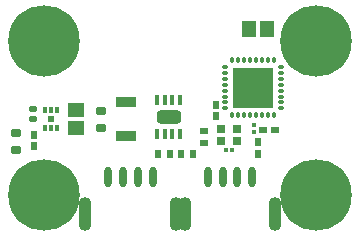
<source format=gts>
G04*
G04 #@! TF.GenerationSoftware,Altium Limited,Altium Designer,18.0.8 (490)*
G04*
G04 Layer_Color=8388736*
%FSLAX44Y44*%
%MOMM*%
G71*
G01*
G75*
%ADD76R,1.1508X1.4508*%
%ADD77R,0.3508X0.9008*%
G04:AMPARAMS|DCode=78|XSize=0.6604mm|YSize=1.7526mm|CornerRadius=0.3302mm|HoleSize=0mm|Usage=FLASHONLY|Rotation=0.000|XOffset=0mm|YOffset=0mm|HoleType=Round|Shape=RoundedRectangle|*
%AMROUNDEDRECTD78*
21,1,0.6604,1.0922,0,0,0.0*
21,1,0.0000,1.7526,0,0,0.0*
1,1,0.6604,0.0000,-0.5461*
1,1,0.6604,0.0000,-0.5461*
1,1,0.6604,0.0000,0.5461*
1,1,0.6604,0.0000,0.5461*
%
%ADD78ROUNDEDRECTD78*%
G04:AMPARAMS|DCode=79|XSize=2.8702mm|YSize=1.0668mm|CornerRadius=0.5334mm|HoleSize=0mm|Usage=FLASHONLY|Rotation=90.000|XOffset=0mm|YOffset=0mm|HoleType=Round|Shape=RoundedRectangle|*
%AMROUNDEDRECTD79*
21,1,2.8702,0.0000,0,0,90.0*
21,1,1.8034,1.0668,0,0,90.0*
1,1,1.0668,0.0000,0.9017*
1,1,1.0668,0.0000,-0.9017*
1,1,1.0668,0.0000,-0.9017*
1,1,1.0668,0.0000,0.9017*
%
%ADD79ROUNDEDRECTD79*%
%ADD80R,0.5508X0.6508*%
%ADD81R,0.6508X0.5508*%
%ADD82R,0.8008X0.6508*%
%ADD85R,0.5588X0.6604*%
%ADD86R,0.6604X0.5588*%
%ADD88R,1.4508X1.1508*%
%ADD90R,0.5588X0.5588*%
%ADD91R,0.3048X0.6096*%
%ADD92R,1.6510X0.9652*%
%ADD93R,3.5008X3.5008*%
%ADD94O,0.6508X0.3508*%
%ADD95O,0.3508X0.6508*%
G04:AMPARAMS|DCode=96|XSize=2.0508mm|YSize=1.1508mm|CornerRadius=0.3004mm|HoleSize=0mm|Usage=FLASHONLY|Rotation=0.000|XOffset=0mm|YOffset=0mm|HoleType=Round|Shape=RoundedRectangle|*
%AMROUNDEDRECTD96*
21,1,2.0508,0.5500,0,0,0.0*
21,1,1.4500,1.1508,0,0,0.0*
1,1,0.6008,0.7250,-0.2750*
1,1,0.6008,-0.7250,-0.2750*
1,1,0.6008,-0.7250,0.2750*
1,1,0.6008,0.7250,0.2750*
%
%ADD96ROUNDEDRECTD96*%
G04:AMPARAMS|DCode=97|XSize=0.32mm|YSize=0.36mm|CornerRadius=0.08mm|HoleSize=0mm|Usage=FLASHONLY|Rotation=90.000|XOffset=0mm|YOffset=0mm|HoleType=Round|Shape=RoundedRectangle|*
%AMROUNDEDRECTD97*
21,1,0.3200,0.2000,0,0,90.0*
21,1,0.1600,0.3600,0,0,90.0*
1,1,0.1600,0.1000,0.0800*
1,1,0.1600,0.1000,-0.0800*
1,1,0.1600,-0.1000,-0.0800*
1,1,0.1600,-0.1000,0.0800*
%
%ADD97ROUNDEDRECTD97*%
G04:AMPARAMS|DCode=98|XSize=0.32mm|YSize=0.36mm|CornerRadius=0.08mm|HoleSize=0mm|Usage=FLASHONLY|Rotation=0.000|XOffset=0mm|YOffset=0mm|HoleType=Round|Shape=RoundedRectangle|*
%AMROUNDEDRECTD98*
21,1,0.3200,0.2000,0,0,0.0*
21,1,0.1600,0.3600,0,0,0.0*
1,1,0.1600,0.0800,-0.1000*
1,1,0.1600,-0.0800,-0.1000*
1,1,0.1600,-0.0800,0.1000*
1,1,0.1600,0.0800,0.1000*
%
%ADD98ROUNDEDRECTD98*%
G04:AMPARAMS|DCode=99|XSize=0.6096mm|YSize=0.9144mm|CornerRadius=0.1524mm|HoleSize=0mm|Usage=FLASHONLY|Rotation=270.000|XOffset=0mm|YOffset=0mm|HoleType=Round|Shape=RoundedRectangle|*
%AMROUNDEDRECTD99*
21,1,0.6096,0.6096,0,0,270.0*
21,1,0.3048,0.9144,0,0,270.0*
1,1,0.3048,-0.3048,-0.1524*
1,1,0.3048,-0.3048,0.1524*
1,1,0.3048,0.3048,0.1524*
1,1,0.3048,0.3048,-0.1524*
%
%ADD99ROUNDEDRECTD99*%
G04:AMPARAMS|DCode=100|XSize=0.508mm|YSize=0.6096mm|CornerRadius=0.127mm|HoleSize=0mm|Usage=FLASHONLY|Rotation=270.000|XOffset=0mm|YOffset=0mm|HoleType=Round|Shape=RoundedRectangle|*
%AMROUNDEDRECTD100*
21,1,0.5080,0.3556,0,0,270.0*
21,1,0.2540,0.6096,0,0,270.0*
1,1,0.2540,-0.1778,-0.1270*
1,1,0.2540,-0.1778,0.1270*
1,1,0.2540,0.1778,0.1270*
1,1,0.2540,0.1778,-0.1270*
%
%ADD100ROUNDEDRECTD100*%
%ADD101C,0.8108*%
%ADD102C,6.0508*%
D76*
X1040000Y1625250D02*
D03*
X1025000D02*
D03*
D77*
X966500Y1565000D02*
D03*
X960000Y1565000D02*
D03*
X953500Y1565000D02*
D03*
X947000D02*
D03*
X966500Y1536600D02*
D03*
X960000D02*
D03*
X953500D02*
D03*
X947000D02*
D03*
D78*
X943250Y1499750D02*
D03*
X930750D02*
D03*
X918150D02*
D03*
X905704D02*
D03*
X1027500Y1499750D02*
D03*
X1015000D02*
D03*
X1002400D02*
D03*
X989954D02*
D03*
D79*
X962750Y1468250D02*
D03*
X886146D02*
D03*
X1047000Y1468250D02*
D03*
X970396D02*
D03*
D80*
X1032000Y1529250D02*
D03*
Y1519250D02*
D03*
X997000Y1561250D02*
D03*
Y1551250D02*
D03*
X842500Y1535750D02*
D03*
Y1525750D02*
D03*
D81*
X1046750Y1539500D02*
D03*
X1036750D02*
D03*
D82*
X1015000Y1540500D02*
D03*
X1015000Y1530500D02*
D03*
X1001500Y1540500D02*
D03*
X1001500Y1530500D02*
D03*
D85*
X947500Y1519000D02*
D03*
X957580Y1519000D02*
D03*
X967500Y1519250D02*
D03*
X977580D02*
D03*
D86*
X987000Y1528500D02*
D03*
Y1538580D02*
D03*
D88*
X878000Y1541250D02*
D03*
X878000Y1556250D02*
D03*
D90*
X857500Y1549000D02*
D03*
D91*
X852500Y1556366D02*
D03*
X857500Y1556366D02*
D03*
X862580D02*
D03*
Y1541700D02*
D03*
X857500Y1541700D02*
D03*
X852500Y1541700D02*
D03*
D92*
X920500Y1534518D02*
D03*
Y1563750D02*
D03*
D93*
X1028250Y1575500D02*
D03*
D94*
X1004750Y1558000D02*
D03*
Y1563000D02*
D03*
Y1568000D02*
D03*
Y1573000D02*
D03*
Y1578000D02*
D03*
Y1583000D02*
D03*
Y1588000D02*
D03*
Y1593000D02*
D03*
X1051750D02*
D03*
Y1588000D02*
D03*
Y1583000D02*
D03*
X1051750Y1578000D02*
D03*
X1051750Y1573000D02*
D03*
Y1568000D02*
D03*
Y1563000D02*
D03*
Y1558000D02*
D03*
D95*
X1010750Y1599000D02*
D03*
X1015750D02*
D03*
X1020750D02*
D03*
X1025750D02*
D03*
X1030750D02*
D03*
X1035750D02*
D03*
X1040750D02*
D03*
X1045750D02*
D03*
Y1552000D02*
D03*
X1040750D02*
D03*
X1035750D02*
D03*
X1030750D02*
D03*
X1025750D02*
D03*
X1020750D02*
D03*
X1015750D02*
D03*
X1010750D02*
D03*
D96*
X956750Y1550800D02*
D03*
D97*
X1029000Y1543800D02*
D03*
X1029000Y1538200D02*
D03*
D98*
X1010800Y1523000D02*
D03*
X1005200Y1523000D02*
D03*
D99*
X899500Y1541500D02*
D03*
Y1555500D02*
D03*
X827250Y1536750D02*
D03*
Y1522750D02*
D03*
D100*
X841500Y1557250D02*
D03*
Y1549250D02*
D03*
D101*
X1097764Y1630910D02*
D03*
X1104250Y1614750D02*
D03*
X1097410Y1598737D02*
D03*
X1081250Y1592250D02*
D03*
X1065237Y1599090D02*
D03*
X1058750Y1615250D02*
D03*
X1065590Y1631263D02*
D03*
X1081750Y1637750D02*
D03*
X867764Y1630910D02*
D03*
X874250Y1614750D02*
D03*
X867410Y1598737D02*
D03*
X851250Y1592250D02*
D03*
X835236Y1599090D02*
D03*
X828750Y1615250D02*
D03*
X835590Y1631263D02*
D03*
X851750Y1637750D02*
D03*
Y1507500D02*
D03*
X835590Y1501013D02*
D03*
X828750Y1485000D02*
D03*
X835236Y1468840D02*
D03*
X851250Y1462000D02*
D03*
X867410Y1468486D02*
D03*
X874250Y1484500D02*
D03*
X867764Y1500660D02*
D03*
X1097764D02*
D03*
X1104250Y1484500D02*
D03*
X1097410Y1468486D02*
D03*
X1081250Y1462000D02*
D03*
X1065237Y1468840D02*
D03*
X1058750Y1485000D02*
D03*
X1065590Y1501013D02*
D03*
X1081750Y1507500D02*
D03*
D102*
X851500Y1615000D02*
D03*
X1081500D02*
D03*
X851500Y1484750D02*
D03*
X1081500D02*
D03*
M02*

</source>
